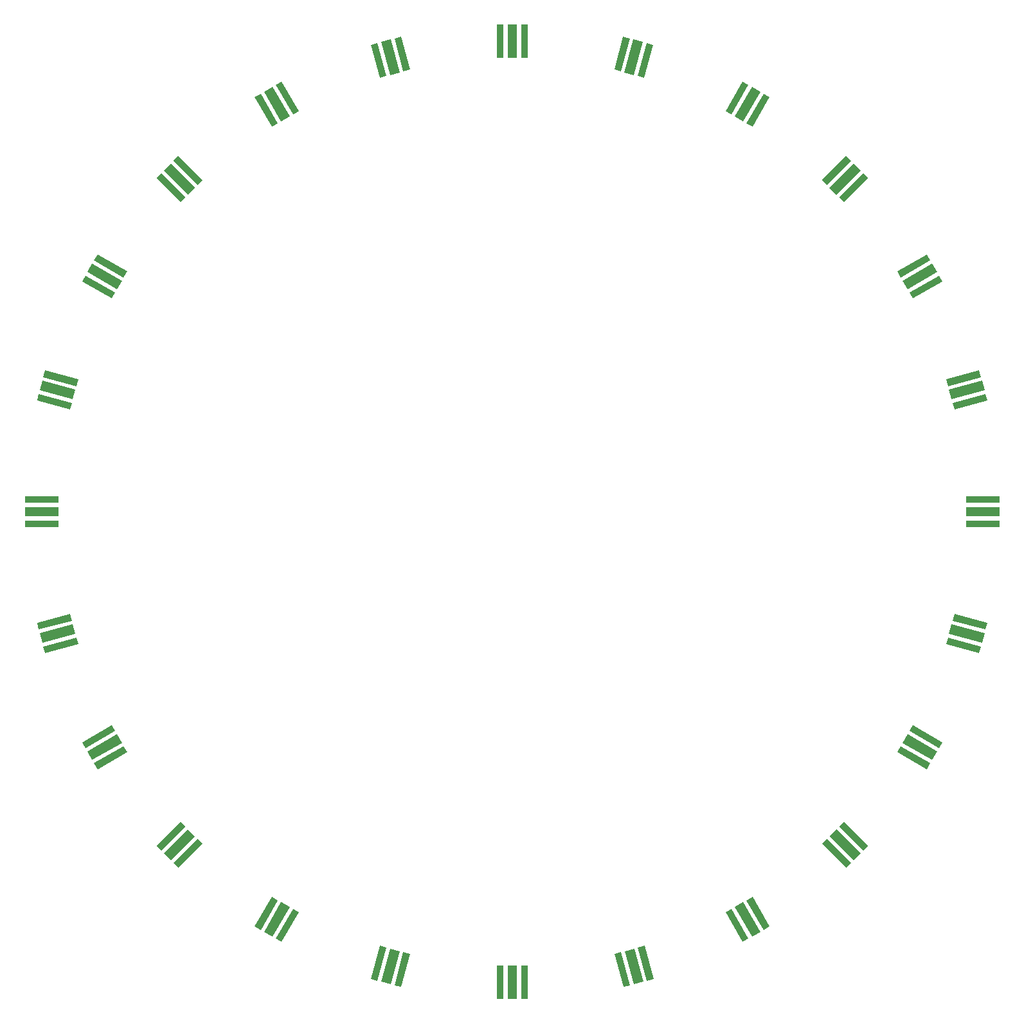
<source format=gbr>
G04 #@! TF.FileFunction,Paste,Top*
%FSLAX46Y46*%
G04 Gerber Fmt 4.6, Leading zero omitted, Abs format (unit mm)*
G04 Created by KiCad (PCBNEW 4.0.1-stable) date 2/3/2016 8:32:50 AM*
%MOMM*%
G01*
G04 APERTURE LIST*
%ADD10C,0.100000*%
%ADD11R,1.300000X4.500000*%
%ADD12R,0.900000X4.500000*%
%ADD13R,4.500000X1.300000*%
%ADD14R,4.500000X0.900000*%
G04 APERTURE END LIST*
D10*
D11*
X92000000Y-26300000D03*
D12*
X93600000Y-26300000D03*
X90400000Y-26300000D03*
D10*
G36*
X40583557Y-118737917D02*
X36686443Y-120987917D01*
X36036443Y-119862083D01*
X39933557Y-117612083D01*
X40583557Y-118737917D01*
X40583557Y-118737917D01*
G37*
G36*
X39683557Y-117179070D02*
X35786443Y-119429070D01*
X35336443Y-118649648D01*
X39233557Y-116399648D01*
X39683557Y-117179070D01*
X39683557Y-117179070D01*
G37*
G36*
X41283557Y-119950352D02*
X37386443Y-122200352D01*
X36936443Y-121420930D01*
X40833557Y-119170930D01*
X41283557Y-119950352D01*
X41283557Y-119950352D01*
G37*
G36*
X144066443Y-117612083D02*
X147963557Y-119862083D01*
X147313557Y-120987917D01*
X143416443Y-118737917D01*
X144066443Y-117612083D01*
X144066443Y-117612083D01*
G37*
G36*
X143166443Y-119170930D02*
X147063557Y-121420930D01*
X146613557Y-122200352D01*
X142716443Y-119950352D01*
X143166443Y-119170930D01*
X143166443Y-119170930D01*
G37*
G36*
X144766443Y-116399648D02*
X148663557Y-118649648D01*
X148213557Y-119429070D01*
X144316443Y-117179070D01*
X144766443Y-116399648D01*
X144766443Y-116399648D01*
G37*
G36*
X75914491Y-30761565D02*
X74749805Y-26414899D01*
X76005509Y-26078435D01*
X77170195Y-30425101D01*
X75914491Y-30761565D01*
X75914491Y-30761565D01*
G37*
G36*
X77653157Y-30295692D02*
X76488472Y-25949025D01*
X77357805Y-25716088D01*
X78522490Y-30062755D01*
X77653157Y-30295692D01*
X77653157Y-30295692D01*
G37*
G36*
X74562195Y-31123912D02*
X73397510Y-26777245D01*
X74266843Y-26544308D01*
X75431528Y-30890975D01*
X74562195Y-31123912D01*
X74562195Y-31123912D01*
G37*
G36*
X50210610Y-131008629D02*
X47028629Y-134190610D01*
X46109390Y-133271371D01*
X49291371Y-130089390D01*
X50210610Y-131008629D01*
X50210610Y-131008629D01*
G37*
G36*
X48937817Y-129735837D02*
X45755837Y-132917817D01*
X45119441Y-132281421D01*
X48301421Y-129099441D01*
X48937817Y-129735837D01*
X48937817Y-129735837D01*
G37*
G36*
X51200559Y-131998579D02*
X48018579Y-135180559D01*
X47382183Y-134544163D01*
X50564163Y-131362183D01*
X51200559Y-131998579D01*
X51200559Y-131998579D01*
G37*
G36*
X149874899Y-103129805D02*
X154221565Y-104294491D01*
X153885101Y-105550195D01*
X149538435Y-104385509D01*
X149874899Y-103129805D01*
X149874899Y-103129805D01*
G37*
G36*
X149409025Y-104868472D02*
X153755692Y-106033157D01*
X153522755Y-106902490D01*
X149176088Y-105737805D01*
X149409025Y-104868472D01*
X149409025Y-104868472D01*
G37*
G36*
X150237245Y-101777510D02*
X154583912Y-102942195D01*
X154350975Y-103811528D01*
X150004308Y-102646843D01*
X150237245Y-101777510D01*
X150237245Y-101777510D01*
G37*
G36*
X61562083Y-36883557D02*
X59312083Y-32986443D01*
X60437917Y-32336443D01*
X62687917Y-36233557D01*
X61562083Y-36883557D01*
X61562083Y-36883557D01*
G37*
G36*
X63120930Y-35983557D02*
X60870930Y-32086443D01*
X61650352Y-31636443D01*
X63900352Y-35533557D01*
X63120930Y-35983557D01*
X63120930Y-35983557D01*
G37*
G36*
X60349648Y-37583557D02*
X58099648Y-33686443D01*
X58879070Y-33236443D01*
X61129070Y-37133557D01*
X60349648Y-37583557D01*
X60349648Y-37583557D01*
G37*
G36*
X62687917Y-140366443D02*
X60437917Y-144263557D01*
X59312083Y-143613557D01*
X61562083Y-139716443D01*
X62687917Y-140366443D01*
X62687917Y-140366443D01*
G37*
G36*
X61129070Y-139466443D02*
X58879070Y-143363557D01*
X58099648Y-142913557D01*
X60349648Y-139016443D01*
X61129070Y-139466443D01*
X61129070Y-139466443D01*
G37*
G36*
X63900352Y-141066443D02*
X61650352Y-144963557D01*
X60870930Y-144513557D01*
X63120930Y-140616443D01*
X63900352Y-141066443D01*
X63900352Y-141066443D01*
G37*
D13*
X154000000Y-88300000D03*
D14*
X154000000Y-89900000D03*
X154000000Y-86700000D03*
D10*
G36*
X49291371Y-46510610D02*
X46109390Y-43328629D01*
X47028629Y-42409390D01*
X50210610Y-45591371D01*
X49291371Y-46510610D01*
X49291371Y-46510610D01*
G37*
G36*
X50564163Y-45237817D02*
X47382183Y-42055837D01*
X48018579Y-41419441D01*
X51200559Y-44601421D01*
X50564163Y-45237817D01*
X50564163Y-45237817D01*
G37*
G36*
X48301421Y-47500559D02*
X45119441Y-44318579D01*
X45755837Y-43682183D01*
X48937817Y-46864163D01*
X48301421Y-47500559D01*
X48301421Y-47500559D01*
G37*
G36*
X77170195Y-146174899D02*
X76005509Y-150521565D01*
X74749805Y-150185101D01*
X75914491Y-145838435D01*
X77170195Y-146174899D01*
X77170195Y-146174899D01*
G37*
G36*
X75431528Y-145709025D02*
X74266843Y-150055692D01*
X73397510Y-149822755D01*
X74562195Y-145476088D01*
X75431528Y-145709025D01*
X75431528Y-145709025D01*
G37*
G36*
X78522490Y-146537245D02*
X77357805Y-150883912D01*
X76488472Y-150650975D01*
X77653157Y-146304308D01*
X78522490Y-146537245D01*
X78522490Y-146537245D01*
G37*
G36*
X149538435Y-72214491D02*
X153885101Y-71049805D01*
X154221565Y-72305509D01*
X149874899Y-73470195D01*
X149538435Y-72214491D01*
X149538435Y-72214491D01*
G37*
G36*
X150004308Y-73953157D02*
X154350975Y-72788472D01*
X154583912Y-73657805D01*
X150237245Y-74822490D01*
X150004308Y-73953157D01*
X150004308Y-73953157D01*
G37*
G36*
X149176088Y-70862195D02*
X153522755Y-69697510D01*
X153755692Y-70566843D01*
X149409025Y-71731528D01*
X149176088Y-70862195D01*
X149176088Y-70862195D01*
G37*
G36*
X39933557Y-58987917D02*
X36036443Y-56737917D01*
X36686443Y-55612083D01*
X40583557Y-57862083D01*
X39933557Y-58987917D01*
X39933557Y-58987917D01*
G37*
G36*
X40833557Y-57429070D02*
X36936443Y-55179070D01*
X37386443Y-54399648D01*
X41283557Y-56649648D01*
X40833557Y-57429070D01*
X40833557Y-57429070D01*
G37*
G36*
X39233557Y-60200352D02*
X35336443Y-57950352D01*
X35786443Y-57170930D01*
X39683557Y-59420930D01*
X39233557Y-60200352D01*
X39233557Y-60200352D01*
G37*
D11*
X92000000Y-150300000D03*
D12*
X90400000Y-150300000D03*
X93600000Y-150300000D03*
D10*
G36*
X143416443Y-57862083D02*
X147313557Y-55612083D01*
X147963557Y-56737917D01*
X144066443Y-58987917D01*
X143416443Y-57862083D01*
X143416443Y-57862083D01*
G37*
G36*
X144316443Y-59420930D02*
X148213557Y-57170930D01*
X148663557Y-57950352D01*
X144766443Y-60200352D01*
X144316443Y-59420930D01*
X144316443Y-59420930D01*
G37*
G36*
X142716443Y-56649648D02*
X146613557Y-54399648D01*
X147063557Y-55179070D01*
X143166443Y-57429070D01*
X142716443Y-56649648D01*
X142716443Y-56649648D01*
G37*
G36*
X34125101Y-73470195D02*
X29778435Y-72305509D01*
X30114899Y-71049805D01*
X34461565Y-72214491D01*
X34125101Y-73470195D01*
X34125101Y-73470195D01*
G37*
G36*
X34590975Y-71731528D02*
X30244308Y-70566843D01*
X30477245Y-69697510D01*
X34823912Y-70862195D01*
X34590975Y-71731528D01*
X34590975Y-71731528D01*
G37*
G36*
X33762755Y-74822490D02*
X29416088Y-73657805D01*
X29649025Y-72788472D01*
X33995692Y-73953157D01*
X33762755Y-74822490D01*
X33762755Y-74822490D01*
G37*
G36*
X108085509Y-145838435D02*
X109250195Y-150185101D01*
X107994491Y-150521565D01*
X106829805Y-146174899D01*
X108085509Y-145838435D01*
X108085509Y-145838435D01*
G37*
G36*
X106346843Y-146304308D02*
X107511528Y-150650975D01*
X106642195Y-150883912D01*
X105477510Y-146537245D01*
X106346843Y-146304308D01*
X106346843Y-146304308D01*
G37*
G36*
X109437805Y-145476088D02*
X110602490Y-149822755D01*
X109733157Y-150055692D01*
X108568472Y-145709025D01*
X109437805Y-145476088D01*
X109437805Y-145476088D01*
G37*
G36*
X133789390Y-45591371D02*
X136971371Y-42409390D01*
X137890610Y-43328629D01*
X134708629Y-46510610D01*
X133789390Y-45591371D01*
X133789390Y-45591371D01*
G37*
G36*
X135062183Y-46864163D02*
X138244163Y-43682183D01*
X138880559Y-44318579D01*
X135698579Y-47500559D01*
X135062183Y-46864163D01*
X135062183Y-46864163D01*
G37*
G36*
X132799441Y-44601421D02*
X135981421Y-41419441D01*
X136617817Y-42055837D01*
X133435837Y-45237817D01*
X132799441Y-44601421D01*
X132799441Y-44601421D01*
G37*
D13*
X30000000Y-88300000D03*
D14*
X30000000Y-86700000D03*
X30000000Y-89900000D03*
D10*
G36*
X122437917Y-139716443D02*
X124687917Y-143613557D01*
X123562083Y-144263557D01*
X121312083Y-140366443D01*
X122437917Y-139716443D01*
X122437917Y-139716443D01*
G37*
G36*
X120879070Y-140616443D02*
X123129070Y-144513557D01*
X122349648Y-144963557D01*
X120099648Y-141066443D01*
X120879070Y-140616443D01*
X120879070Y-140616443D01*
G37*
G36*
X123650352Y-139016443D02*
X125900352Y-142913557D01*
X125120930Y-143363557D01*
X122870930Y-139466443D01*
X123650352Y-139016443D01*
X123650352Y-139016443D01*
G37*
G36*
X121312083Y-36233557D02*
X123562083Y-32336443D01*
X124687917Y-32986443D01*
X122437917Y-36883557D01*
X121312083Y-36233557D01*
X121312083Y-36233557D01*
G37*
G36*
X122870930Y-37133557D02*
X125120930Y-33236443D01*
X125900352Y-33686443D01*
X123650352Y-37583557D01*
X122870930Y-37133557D01*
X122870930Y-37133557D01*
G37*
G36*
X120099648Y-35533557D02*
X122349648Y-31636443D01*
X123129070Y-32086443D01*
X120879070Y-35983557D01*
X120099648Y-35533557D01*
X120099648Y-35533557D01*
G37*
G36*
X34461565Y-104385509D02*
X30114899Y-105550195D01*
X29778435Y-104294491D01*
X34125101Y-103129805D01*
X34461565Y-104385509D01*
X34461565Y-104385509D01*
G37*
G36*
X33995692Y-102646843D02*
X29649025Y-103811528D01*
X29416088Y-102942195D01*
X33762755Y-101777510D01*
X33995692Y-102646843D01*
X33995692Y-102646843D01*
G37*
G36*
X34823912Y-105737805D02*
X30477245Y-106902490D01*
X30244308Y-106033157D01*
X34590975Y-104868472D01*
X34823912Y-105737805D01*
X34823912Y-105737805D01*
G37*
G36*
X134708629Y-130089390D02*
X137890610Y-133271371D01*
X136971371Y-134190610D01*
X133789390Y-131008629D01*
X134708629Y-130089390D01*
X134708629Y-130089390D01*
G37*
G36*
X133435837Y-131362183D02*
X136617817Y-134544163D01*
X135981421Y-135180559D01*
X132799441Y-131998579D01*
X133435837Y-131362183D01*
X133435837Y-131362183D01*
G37*
G36*
X135698579Y-129099441D02*
X138880559Y-132281421D01*
X138244163Y-132917817D01*
X135062183Y-129735837D01*
X135698579Y-129099441D01*
X135698579Y-129099441D01*
G37*
G36*
X106789805Y-30425101D02*
X107954491Y-26078435D01*
X109210195Y-26414899D01*
X108045509Y-30761565D01*
X106789805Y-30425101D01*
X106789805Y-30425101D01*
G37*
G36*
X108528472Y-30890975D02*
X109693157Y-26544308D01*
X110562490Y-26777245D01*
X109397805Y-31123912D01*
X108528472Y-30890975D01*
X108528472Y-30890975D01*
G37*
G36*
X105437510Y-30062755D02*
X106602195Y-25716088D01*
X107471528Y-25949025D01*
X106306843Y-30295692D01*
X105437510Y-30062755D01*
X105437510Y-30062755D01*
G37*
M02*

</source>
